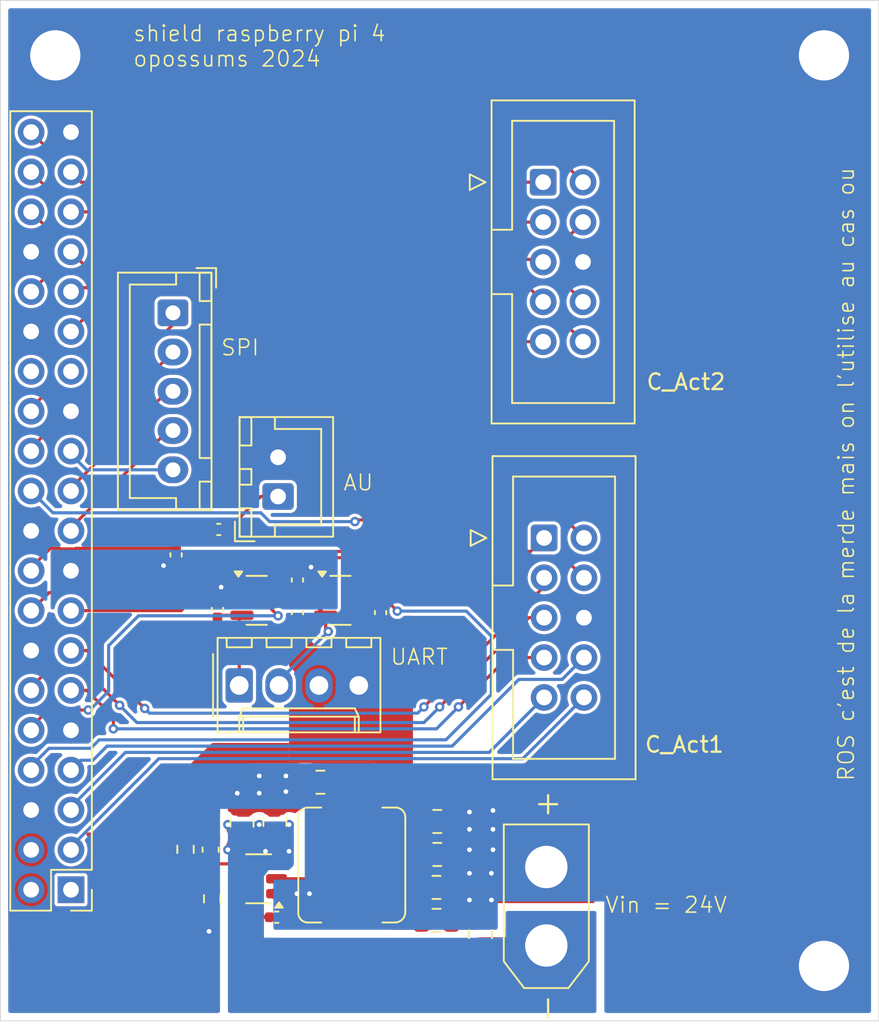
<source format=kicad_pcb>
(kicad_pcb (version 20240108) (generator "pcbnew") (generator_version "8.0")
  (layers (0 "F.Cu" signal) (31 "B.Cu" signal) (34 "B.Paste" user) (35 "F.Paste" user) (36 "B.SilkS" user "B.Silkscreen") (37 "F.SilkS" user "F.Silkscreen") (38 "B.Mask" user) (39 "F.Mask" user) (44 "Edge.Cuts" user))
  (net 0 "")
  (net 1 "GND")
  (net 2 "Net-(U1-BOOT)")
  (net 3 "Net-(U1-SW)")
  (net 4 "5V")
  (net 5 "Net-(U1-FB)")
  (net 6 "3.3V")
  (net 8 "C_Act1-9")
  (net 9 "C_Act1-4")
  (net 10 "SCLK")
  (net 11 "RX")
  (net 12 "C_Act1-6")
  (net 13 "MOSI")
  (net 14 "MISO")
  (net 15 "TX")
  (net 16 "C_Act1-5")
  (net 17 "C_Act1-3")
  (net 19 "C_Act1-1")
  (net 20 "CE0")
  (net 21 "C_Act1-8")
  (net 22 "CE1")
  (net 23 "C_Act1-2")
  (net 24 "Net-(J5-Pin_1)")
  (net 25 "Net-(J6-Pin_2)")
  (net 26 "Net-(J6-Pin_1)")
  (net 27 "AU")
  (net 29 "/Vin")
  (net 30 "C_Act1-7")
  (net 31 "C_Act2-1")
  (net 32 "C_Act2-6")
  (net 33 "C_Act2-8")
  (net 34 "C_Act2-5")
  (net 35 "C_Act2-3")
  (net 36 "C_Act2-9")
  (net 37 "C_Act2-7")
  (net 38 "C_Act2-2")
  (net 39 "C_Act2-4")
  (footprint "Capacitor_SMD:C_0805_2012Metric" (layer "F.Cu") (at 37.5 72.325 90)
    (property "Reference" "C2" (hide yes))
    (property "Value" "22µF 25V" (hide yes))
    (pad "1" smd roundrect (at -0.95 0 90) (size 1 1.45) (layers "F.Cu" "F.Paste" "F.Mask") (net 29 "/Vin"))
    (pad "2" smd roundrect (at 0.95 0 90) (size 1 1.45) (layers "F.Cu" "F.Paste" "F.Mask") (net 1 "GND"))
  )
  (footprint "Package_TO_SOT_SMD:SOT-23" (layer "F.Cu") (at 36.335 58.215)
    (property "Reference" "Q1" (hide yes))
    (property "Value" "2N7002" (hide yes))
    (pad "1" smd roundrect (at -0.9375 -0.95) (size 1.475 0.6) (layers "F.Cu" "F.Paste" "F.Mask") (net 6 "3.3V"))
    (pad "2" smd roundrect (at -0.9375 0.95) (size 1.475 0.6) (layers "F.Cu" "F.Paste" "F.Mask") (net 26 "Net-(J6-Pin_1)"))
    (pad "3" smd roundrect (at 0.9375 0) (size 1.475 0.6) (layers "F.Cu" "F.Paste" "F.Mask") (net 11 "RX"))
  )
  (footprint "Capacitor_SMD:C_0805_2012Metric" (layer "F.Cu") (at 47.8 76.5)
    (property "Reference" "C9" (hide yes))
    (property "Value" "22µF 25V" (hide yes))
    (pad "1" smd roundrect (at -0.95 0) (size 1 1.45) (layers "F.Cu" "F.Paste" "F.Mask") (net 4 "5V"))
    (pad "2" smd roundrect (at 0.95 0) (size 1 1.45) (layers "F.Cu" "F.Paste" "F.Mask") (net 1 "GND"))
  )
  (footprint "Connector_IDC:IDC-Header_2x05_P2.54mm_Vertical" (layer "F.Cu") (at 54.66 54.24)
    (property "Reference" "C_Act1" (at 8.94 13.16 0) (layer "F.SilkS"))
    (property "Value" "Conn_02x05_Odd_Even" (hide yes))
    (pad "1" thru_hole roundrect (at 0 0) (size 1.7 1.7) (drill 1) (layers "*.Cu" "*.Mask") (roundrect_rratio 0.147059) (net 12 "C_Act1-6"))
    (pad "2" thru_hole circle (at 2.54 0) (size 1.7 1.7) (drill 1) (layers "*.Cu" "*.Mask") (net 21 "C_Act1-8"))
    (pad "3" thru_hole circle (at 0 2.54) (size 1.7 1.7) (drill 1) (layers "*.Cu" "*.Mask") (net 23 "C_Act1-2"))
    (pad "4" thru_hole circle (at 2.54 2.54) (size 1.7 1.7) (drill 1) (layers "*.Cu" "*.Mask") (net 9 "C_Act1-4"))
    (pad "5" thru_hole circle (at 0 5.08) (size 1.7 1.7) (drill 1) (layers "*.Cu" "*.Mask") (net 8 "C_Act1-9"))
    (pad "6" thru_hole circle (at 2.54 5.08) (size 1.7 1.7) (drill 1) (layers "*.Cu" "*.Mask") (net 1 "GND"))
    (pad "7" thru_hole circle (at 0 7.62) (size 1.7 1.7) (drill 1) (layers "*.Cu" "*.Mask") (net 17 "C_Act1-3"))
    (pad "8" thru_hole circle (at 2.54 7.62) (size 1.7 1.7) (drill 1) (layers "*.Cu" "*.Mask") (net 30 "C_Act1-7"))
    (pad "9" thru_hole circle (at 0 10.16) (size 1.7 1.7) (drill 1) (layers "*.Cu" "*.Mask") (net 16 "C_Act1-5"))
    (pad "10" thru_hole circle (at 2.54 10.16) (size 1.7 1.7) (drill 1) (layers "*.Cu" "*.Mask") (net 19 "C_Act1-1"))
  )
  (footprint "Capacitor_SMD:C_0805_2012Metric" (layer "F.Cu") (at 47.85 72.3)
    (property "Reference" "C7" (hide yes))
    (property "Value" "22µF 25V" (hide yes))
    (pad "1" smd roundrect (at -0.95 0) (size 1 1.45) (layers "F.Cu" "F.Paste" "F.Mask") (net 4 "5V"))
    (pad "2" smd roundrect (at 0.95 0) (size 1 1.45) (layers "F.Cu" "F.Paste" "F.Mask") (net 1 "GND"))
  )
  (footprint "Connector_JST:JST_XH_B2B-XH-A_1x02_P2.50mm_Vertical" (layer "F.Cu") (at 37.7 51.6 90)
    (property "Reference" "J5" (hide yes))
    (property "Value" "AU" (hide yes))
    (pad "1" thru_hole roundrect (at 0 0 90) (size 1.7 2) (drill 1) (layers "*.Cu" "*.Mask") (roundrect_rratio 0.147059) (net 24 "Net-(J5-Pin_1)"))
    (pad "2" thru_hole oval (at 2.5 0 90) (size 1.7 2) (drill 1) (layers "*.Cu" "*.Mask") (net 1 "GND"))
  )
  (footprint "Capacitor_SMD:C_0402_1005Metric" (layer "F.Cu") (at 38.935 58.995 90)
    (property "Reference" "R9" (hide yes))
    (property "Value" "10k" (hide yes))
    (pad "1" smd roundrect (at -0.48 0 90) (size 0.56 0.62) (layers "F.Cu" "F.Paste" "F.Mask") (net 4 "5V"))
    (pad "2" smd roundrect (at 0.48 0 90) (size 0.56 0.62) (layers "F.Cu" "F.Paste" "F.Mask") (net 11 "RX"))
  )
  (footprint "Capacitor_SMD:C_0805_2012Metric" (layer "F.Cu") (at 40.4 69.8 180)
    (property "Reference" "C6" (hide yes))
    (property "Value" "22µF 25V" (hide yes))
    (pad "1" smd roundrect (at -0.95 0 180) (size 1 1.45) (layers "F.Cu" "F.Paste" "F.Mask") (net 4 "5V"))
    (pad "2" smd roundrect (at 0.95 0 180) (size 1 1.45) (layers "F.Cu" "F.Paste" "F.Mask") (net 1 "GND"))
  )
  (footprint "Connector_IDC:IDC-Header_2x05_P2.54mm_Vertical" (layer "F.Cu") (at 54.6 31.58)
    (property "Reference" "C_Act2" (at 9.1 12.72 0) (layer "F.SilkS"))
    (property "Value" "Conn_02x05_Odd_Even" (hide yes))
    (pad "1" thru_hole roundrect (at 0 0) (size 1.7 1.7) (drill 1) (layers "*.Cu" "*.Mask") (roundrect_rratio 0.147059) (net 34 "C_Act2-5"))
    (pad "2" thru_hole circle (at 2.54 0) (size 1.7 1.7) (drill 1) (layers "*.Cu" "*.Mask") (net 35 "C_Act2-3"))
    (pad "3" thru_hole circle (at 0 2.54) (size 1.7 1.7) (drill 1) (layers "*.Cu" "*.Mask") (net 36 "C_Act2-9"))
    (pad "4" thru_hole circle (at 2.54 2.54) (size 1.7 1.7) (drill 1) (layers "*.Cu" "*.Mask") (net 37 "C_Act2-7"))
    (pad "5" thru_hole circle (at 0 5.08) (size 1.7 1.7) (drill 1) (layers "*.Cu" "*.Mask") (net 31 "C_Act2-1"))
    (pad "6" thru_hole circle (at 2.54 5.08) (size 1.7 1.7) (drill 1) (layers "*.Cu" "*.Mask") (net 1 "GND"))
    (pad "7" thru_hole circle (at 0 7.62) (size 1.7 1.7) (drill 1) (layers "*.Cu" "*.Mask") (net 38 "C_Act2-2"))
    (pad "8" thru_hole circle (at 2.54 7.62) (size 1.7 1.7) (drill 1) (layers "*.Cu" "*.Mask") (net 32 "C_Act2-6"))
    (pad "9" thru_hole circle (at 0 10.16) (size 1.7 1.7) (drill 1) (layers "*.Cu" "*.Mask") (net 33 "C_Act2-8"))
    (pad "10" thru_hole circle (at 2.54 10.16) (size 1.7 1.7) (drill 1) (layers "*.Cu" "*.Mask") (net 39 "C_Act2-4"))
  )
  (footprint "Connector_JST:JST_XH_B5B-XH-A_1x05_P2.50mm_Vertical" (layer "F.Cu") (at 31 39.9 -90)
    (property "Reference" "J2" (hide yes))
    (property "Value" "SPI" (hide yes))
    (pad "1" thru_hole roundrect (at 0 0 270) (size 1.7 1.95) (drill 0.95) (layers "*.Cu" "*.Mask") (roundrect_rratio 0.147059) (net 22 "CE1"))
    (pad "2" thru_hole oval (at 2.5 0 270) (size 1.7 1.95) (drill 0.95) (layers "*.Cu" "*.Mask") (net 20 "CE0"))
    (pad "3" thru_hole oval (at 5 0 270) (size 1.7 1.95) (drill 0.95) (layers "*.Cu" "*.Mask") (net 14 "MISO"))
    (pad "4" thru_hole oval (at 7.5 0 270) (size 1.7 1.95) (drill 0.95) (layers "*.Cu" "*.Mask") (net 13 "MOSI"))
    (pad "5" thru_hole oval (at 10 0 270) (size 1.7 1.95) (drill 0.95) (layers "*.Cu" "*.Mask") (net 10 "SCLK"))
  )
  (footprint "Connector_Molex:Molex_KK-254_AE-6410-04A_1x04_P2.54mm_Vertical" (layer "F.Cu") (at 35.225 63.635)
    (property "Reference" "J6" (hide yes))
    (property "Value" "Conn_01x04" (hide yes))
    (pad "1" thru_hole roundrect (at 0 0) (size 1.74 2.19) (drill 1.19) (layers "*.Cu" "*.Mask") (roundrect_rratio 0.143678) (net 26 "Net-(J6-Pin_1)"))
    (pad "2" thru_hole oval (at 2.54 0) (size 1.74 2.19) (drill 1.19) (layers "*.Cu" "*.Mask") (net 25 "Net-(J6-Pin_2)"))
    (pad "3" thru_hole oval (at 5.08 0) (size 1.74 2.19) (drill 1.19) (layers "*.Cu" "*.Mask") (net 4 "5V"))
    (pad "4" thru_hole oval (at 7.62 0) (size 1.74 2.19) (drill 1.19) (layers "*.Cu" "*.Mask") (net 1 "GND"))
  )
  (footprint "Capacitor_SMD:C_0402_1005Metric" (layer "F.Cu") (at 33.835 58.795 -90)
    (property "Reference" "R7" (hide yes))
    (property "Value" "10k" (hide yes))
    (pad "1" smd roundrect (at -0.48 0 270) (size 0.56 0.62) (layers "F.Cu" "F.Paste" "F.Mask") (net 6 "3.3V"))
    (pad "2" smd roundrect (at 0.48 0 270) (size 0.56 0.62) (layers "F.Cu" "F.Paste" "F.Mask") (net 26 "Net-(J6-Pin_1)"))
  )
  (footprint "MountingHole:MountingHole_3.2mm_M3_DIN965_Pad_TopBottom" (layer "F.Cu") (at 72.5 81.5)
    (property "Reference" "H3" (hide yes))
    (property "Value" "MountingHole_Pad" (hide yes))
    (pad "1" thru_hole circle (at 0 0) (size 3.6 3.6) (drill 3.2) (layers "*.Cu" "*.Mask") (net 1 "GND"))
    (pad "1" connect circle (at 0 0) (size 5.6 5.6) (layers "F.Cu" "F.Mask") (net 1 "GND"))
    (pad "1" connect circle (at 0 0) (size 5.6 5.6) (layers "B.Cu" "B.Mask") (net 1 "GND"))
  )
  (footprint "Resistor_SMD:R_0603_1608Metric" (layer "F.Cu") (at 31.8 74.075 -90)
    (property "Reference" "R3" (hide yes))
    (property "Value" "68k" (hide yes))
    (pad "1" smd roundrect (at -0.825 0 270) (size 0.8 0.95) (layers "F.Cu" "F.Paste" "F.Mask") (net 4 "5V"))
    (pad "2" smd roundrect (at 0.825 0 270) (size 0.8 0.95) (layers "F.Cu" "F.Paste" "F.Mask") (net 5 "Net-(U1-FB)"))
  )
  (footprint "Capacitor_SMD:C_0402_1005Metric" (layer "F.Cu") (at 31.2 55.32 90)
    (property "Reference" "R5" (hide yes))
    (property "Value" "1k" (hide yes))
    (pad "1" smd roundrect (at -0.48 0 90) (size 0.56 0.62) (layers "F.Cu" "F.Paste" "F.Mask") (net 6 "3.3V"))
    (pad "2" smd roundrect (at 0.48 0 90) (size 0.56 0.62) (layers "F.Cu" "F.Paste" "F.Mask") (net 27 "AU"))
  )
  (footprint "Connector_PinHeader_2.54mm:PinHeader_2x20_P2.54mm_Vertical" (layer "F.Cu") (at 24.5 76.65 180)
    (property "Reference" "J1" (hide yes))
    (property "Value" "Raspberry_Pi_2_3" (hide yes))
    (pad "1" thru_hole rect (at 0 0 180) (size 1.7 1.7) (drill 1) (layers "*.Cu" "*.Mask"))
    (pad "2" thru_hole oval (at 2.54 0 180) (size 1.7 1.7) (drill 1) (layers "*.Cu" "*.Mask") (net 4 "5V"))
    (pad "3" thru_hole oval (at 0 2.54 180) (size 1.7 1.7) (drill 1) (layers "*.Cu" "*.Mask") (net 19 "C_Act1-1"))
    (pad "4" thru_hole oval (at 2.54 2.54 180) (size 1.7 1.7) (drill 1) (layers "*.Cu" "*.Mask") (net 4 "5V"))
    (pad "5" thru_hole oval (at 0 5.08 180) (size 1.7 1.7) (drill 1) (layers "*.Cu" "*.Mask") (net 16 "C_Act1-5"))
    (pad "6" thru_hole oval (at 2.54 5.08 180) (size 1.7 1.7) (drill 1) (layers "*.Cu" "*.Mask") (net 1 "GND"))
    (pad "7" thru_hole oval (at 0 7.62 180) (size 1.7 1.7) (drill 1) (layers "*.Cu" "*.Mask") (net 30 "C_Act1-7"))
    (pad "8" thru_hole oval (at 2.54 7.62 180) (size 1.7 1.7) (drill 1) (layers "*.Cu" "*.Mask") (net 15 "TX"))
    (pad "9" thru_hole oval (at 0 10.16 180) (size 1.7 1.7) (drill 1) (layers "*.Cu" "*.Mask") (net 1 "GND"))
    (pad "10" thru_hole oval (at 2.54 10.16 180) (size 1.7 1.7) (drill 1) (layers "*.Cu" "*.Mask") (net 11 "RX"))
    (pad "11" thru_hole oval (at 0 12.7 180) (size 1.7 1.7) (drill 1) (layers "*.Cu" "*.Mask") (net 17 "C_Act1-3"))
    (pad "12" thru_hole oval (at 2.54 12.7 180) (size 1.7 1.7) (drill 1) (layers "*.Cu" "*.Mask") (net 8 "C_Act1-9"))
    (pad "13" thru_hole oval (at 0 15.24 180) (size 1.7 1.7) (drill 1) (layers "*.Cu" "*.Mask") (net 23 "C_Act1-2"))
    (pad "14" thru_hole oval (at 2.54 15.24 180) (size 1.7 1.7) (drill 1) (layers "*.Cu" "*.Mask") (net 1 "GND"))
    (pad "15" thru_hole oval (at 0 17.78 180) (size 1.7 1.7) (drill 1) (layers "*.Cu" "*.Mask") (net 9 "C_Act1-4"))
    (pad "16" thru_hole oval (at 2.54 17.78 180) (size 1.7 1.7) (drill 1) (layers "*.Cu" "*.Mask") (net 12 "C_Act1-6"))
    (pad "17" thru_hole oval (at 0 20.32 180) (size 1.7 1.7) (drill 1) (layers "*.Cu" "*.Mask") (net 6 "3.3V"))
    (pad "18" thru_hole oval (at 2.54 20.32 180) (size 1.7 1.7) (drill 1) (layers "*.Cu" "*.Mask") (net 27 "AU"))
    (pad "19" thru_hole oval (at 0 22.86 180) (size 1.7 1.7) (drill 1) (layers "*.Cu" "*.Mask") (net 13 "MOSI"))
    (pad "20" thru_hole oval (at 2.54 22.86 180) (size 1.7 1.7) (drill 1) (layers "*.Cu" "*.Mask") (net 1 "GND"))
    (pad "21" thru_hole oval (at 0 25.4 180) (size 1.7 1.7) (drill 1) (layers "*.Cu" "*.Mask") (net 14 "MISO"))
    (pad "22" thru_hole oval (at 2.54 25.4 180) (size 1.7 1.7) (drill 1) (layers "*.Cu" "*.Mask") (net 21 "C_Act1-8"))
    (pad "23" thru_hole oval (at 0 27.94 180) (size 1.7 1.7) (drill 1) (layers "*.Cu" "*.Mask") (net 10 "SCLK"))
    (pad "24" thru_hole oval (at 2.54 27.94 180) (size 1.7 1.7) (drill 1) (layers "*.Cu" "*.Mask") (net 20 "CE0"))
    (pad "25" thru_hole oval (at 0 30.48 180) (size 1.7 1.7) (drill 1) (layers "*.Cu" "*.Mask") (net 1 "GND"))
    (pad "26" thru_hole oval (at 2.54 30.48 180) (size 1.7 1.7) (drill 1) (layers "*.Cu" "*.Mask") (net 22 "CE1"))
    (pad "27" thru_hole oval (at 0 33.02 180) (size 1.7 1.7) (drill 1) (layers "*.Cu" "*.Mask"))
    (pad "28" thru_hole oval (at 2.54 33.02 180) (size 1.7 1.7) (drill 1) (layers "*.Cu" "*.Mask"))
    (pad "29" thru_hole oval (at 0 35.56 180) (size 1.7 1.7) (drill 1) (layers "*.Cu" "*.Mask") (net 33 "C_Act2-8"))
    (pad "30" thru_hole oval (at 2.54 35.56 180) (size 1.7 1.7) (drill 1) (layers "*.Cu" "*.Mask") (net 1 "GND"))
    (pad "31" thru_hole oval (at 0 38.1 180) (size 1.7 1.7) (drill 1) (layers "*.Cu" "*.Mask") (net 39 "C_Act2-4"))
    (pad "32" thru_hole oval (at 2.54 38.1 180) (size 1.7 1.7) (drill 1) (layers "*.Cu" "*.Mask") (net 38 "C_Act2-2"))
    (pad "33" thru_hole oval (at 0 40.64 180) (size 1.7 1.7) (drill 1) (layers "*.Cu" "*.Mask") (net 32 "C_Act2-6"))
    (pad "34" thru_hole oval (at 2.54 40.64 180) (size 1.7 1.7) (drill 1) (layers "*.Cu" "*.Mask") (net 1 "GND"))
    (pad "35" thru_hole oval (at 0 43.18 180) (size 1.7 1.7) (drill 1) (layers "*.Cu" "*.Mask") (net 37 "C_Act2-7"))
    (pad "36" thru_hole oval (at 2.54 43.18 180) (size 1.7 1.7) (drill 1) (layers "*.Cu" "*.Mask") (net 31 "C_Act2-1"))
    (pad "37" thru_hole oval (at 0 45.72 180) (size 1.7 1.7) (drill 1) (layers "*.Cu" "*.Mask") (net 34 "C_Act2-5"))
    (pad "38" thru_hole oval (at 2.54 45.72 180) (size 1.7 1.7) (drill 1) (layers "*.Cu" "*.Mask") (net 36 "C_Act2-9"))
    (pad "39" thru_hole oval (at 0 48.26 180) (size 1.7 1.7) (drill 1) (layers "*.Cu" "*.Mask") (net 1 "GND"))
    (pad "40" thru_hole oval (at 2.54 48.26 180) (size 1.7 1.7) (drill 1) (layers "*.Cu" "*.Mask") (net 35 "C_Act2-3"))
  )
  (footprint "Resistor_SMD:R_0603_1608Metric" (layer "F.Cu") (at 33.5 77.225 -90)
    (property "Reference" "R4" (hide yes))
    (property "Value" "9.1k" (hide yes))
    (pad "1" smd roundrect (at -0.825 0 270) (size 0.8 0.95) (layers "F.Cu" "F.Paste" "F.Mask") (net 5 "Net-(U1-FB)"))
    (pad "2" smd roundrect (at 0.825 0 270) (size 0.8 0.95) (layers "F.Cu" "F.Paste" "F.Mask") (net 1 "GND"))
  )
  (footprint "Capacitor_SMD:C_0603_1608Metric" (layer "F.Cu") (at 33.4 74.1 -90)
    (property "Reference" "C5" (hide yes))
    (property "Value" "150pF 50V" (hide yes))
    (pad "1" smd roundrect (at -0.775 0 270) (size 0.9 0.95) (layers "F.Cu" "F.Paste" "F.Mask") (net 4 "5V"))
    (pad "2" smd roundrect (at 0.775 0 270) (size 0.9 0.95) (layers "F.Cu" "F.Paste" "F.Mask") (net 5 "Net-(U1-FB)"))
  )
  (footprint "MountingHole:MountingHole_3.2mm_M3_DIN965_Pad_TopBottom" (layer "F.Cu") (at 23.5 23.5)
    (property "Reference" "H1" (hide yes))
    (property "Value" "MountingHole_Pad" (hide yes))
    (pad "1" thru_hole circle (at 0 0) (size 3.6 3.6) (drill 3.2) (layers "*.Cu" "*.Mask") (net 1 "GND"))
    (pad "1" connect circle (at 0 0) (size 5.6 5.6) (layers "F.Cu" "F.Mask") (net 1 "GND"))
    (pad "1" connect circle (at 0 0) (size 5.6 5.6) (layers "B.Cu" "B.Mask") (net 1 "GND"))
  )
  (footprint "Capacitor_SMD:C_0402_1005Metric" (layer "F.Cu") (at 37.62 78.4)
    (property "Reference" "C4" (hide yes))
    (property "Value" "220nF 16V" (hide yes))
    (pad "1" smd roundrect (at -0.48 0) (size 0.56 0.62) (layers "F.Cu" "F.Paste" "F.Mask") (net 2 "Net-(U1-BOOT)"))
    (pad "2" smd roundrect (at 0.48 0) (size 0.56 0.62) (layers "F.Cu" "F.Paste" "F.Mask") (net 3 "Net-(U1-SW)"))
  )
  (footprint "Capacitor_SMD:C_0805_2012Metric" (layer "F.Cu") (at 47.8 78.6)
    (property "Reference" "C10" (hide yes))
    (property "Value" "22µF 25V" (hide yes))
    (pad "1" smd roundrect (at -0.95 0) (size 1 1.45) (layers "F.Cu" "F.Paste" "F.Mask") (net 4 "5V"))
    (pad "2" smd roundrect (at 0.95 0) (size 1 1.45) (layers "F.Cu" "F.Paste" "F.Mask") (net 1 "GND"))
  )
  (footprint "Connector_AMASS:AMASS_XT30U-F_1x02_P5.0mm_Vertical" (layer "F.Cu") (at 54.8 80.2 90)
    (property "Reference" "J4" (hide yes))
    (property "Value" "Conn_01x02" (hide yes))
    (fp_text user "-" (at -4 0 -90) (layer "F.SilkS") (effects (font (size 1.5 1.5))))
    (fp_text user "+" (at 9 0 -90) (layer "F.SilkS") (effects (font (size 1.5 1.5))))
    (pad "1" thru_hole rect (at 0 0 90) (size 3.8 3.8) (drill 2.7) (layers "*.Cu" "*.Mask") (net 29 "/Vin"))
    (pad "2" thru_hole circle (at 5 0 90) (size 4 4) (drill 2.7) (layers "*.Cu" "*.Mask") (net 1 "GND"))
  )
  (footprint "Capacitor_SMD:C_0805_2012Metric" (layer "F.Cu") (at 47.85 74.4)
    (property "Reference" "C8" (hide yes))
    (property "Value" "22µF 25V" (hide yes))
    (pad "1" smd roundrect (at -0.95 0) (size 1 1.45) (layers "F.Cu" "F.Paste" "F.Mask") (net 4 "5V"))
    (pad "2" smd roundrect (at 0.95 0) (size 1 1.45) (layers "F.Cu" "F.Paste" "F.Mask") (net 1 "GND"))
  )
  (footprint "Capacitor_SMD:C_0402_1005Metric" (layer "F.Cu") (at 33.92 53.7 180)
    (property "Reference" "R6" (hide yes))
    (property "Value" "100R" (hide yes))
    (pad "1" smd roundrect (at -0.48 0 180) (size 0.56 0.62) (layers "F.Cu" "F.Paste" "F.Mask") (net 24 "Net-(J5-Pin_1)"))
    (pad "2" smd roundrect (at 0.48 0 180) (size 0.56 0.62) (layers "F.Cu" "F.Paste" "F.Mask") (net 27 "AU"))
  )
  (footprint "Package_TO_SOT_SMD:SOT-23" (layer "F.Cu") (at 41.6725 58.215)
    (property "Reference" "Q2" (hide yes))
    (property "Value" "2N7002" (hide yes))
    (pad "1" smd roundrect (at -0.9375 -0.95) (size 1.475 0.6) (layers "F.Cu" "F.Paste" "F.Mask") (net 6 "3.3V"))
    (pad "2" smd roundrect (at -0.9375 0.95) (size 1.475 0.6) (layers "F.Cu" "F.Paste" "F.Mask") (net 25 "Net-(J6-Pin_2)"))
    (pad "3" smd roundrect (at 0.9375 0) (size 1.475 0.6) (layers "F.Cu" "F.Paste" "F.Mask") (net 15 "TX"))
  )
  (footprint "Capacitor_SMD:C_0402_1005Metric" (layer "F.Cu") (at 44.235 58.995 90)
    (property "Reference" "R10" (hide yes))
    (property "Value" "10k" (hide yes))
    (pad "1" smd roundrect (at -0.48 0 90) (size 0.56 0.62) (layers "F.Cu" "F.Paste" "F.Mask") (net 4 "5V"))
    (pad "2" smd roundrect (at 0.48 0 90) (size 0.56 0.62) (layers "F.Cu" "F.Paste" "F.Mask") (net 15 "TX"))
  )
  (footprint "MountingHole:MountingHole_3.2mm_M3_DIN965_Pad_TopBottom" (layer "F.Cu") (at 72.5 23.5)
    (property "Reference" "H4" (hide yes))
    (property "Value" "MountingHole_Pad" (hide yes))
    (pad "1" thru_hole circle (at 0 0) (size 3.6 3.6) (drill 3.2) (layers "*.Cu" "*.Mask") (net 1 "GND"))
    (pad "1" connect circle (at 0 0) (size 5.6 5.6) (layers "F.Cu" "F.Mask") (net 1 "GND"))
    (pad "1" connect circle (at 0 0) (size 5.6 5.6) (layers "B.Cu" "B.Mask") (net 1 "GND"))
  )
  (footprint "Capacitor_SMD:C_0805_2012Metric" (layer "F.Cu") (at 35.4 72.375 90)
    (property "Reference" "C1" (hide yes))
    (property "Value" "22µF 25V" (hide yes))
    (pad "1" smd roundrect (at -0.95 0 90) (size 1 1.45) (layers "F.Cu" "F.Paste" "F.Mask") (net 29 "/Vin"))
    (pad "2" smd roundrect (at 0.95 0 90) (size 1 1.45) (layers "F.Cu" "F.Paste" "F.Mask") (net 1 "GND"))
  )
  (footprint "Capacitor_SMD:C_0805_2012Metric" (layer "F.Cu") (at 50.6 79.475 90)
    (property "Reference" "C3" (hide yes))
    (property "Value" "22µF 25V" (hide yes))
    (pad "1" smd roundrect (at -0.95 0 90) (size 1 1.45) (layers "F.Cu" "F.Paste" "F.Mask") (net 29 "/Vin"))
    (pad "2" smd roundrect (at 0.95 0 90) (size 1 1.45) (layers "F.Cu" "F.Paste" "F.Mask") (net 1 "GND"))
  )
  (footprint "7Robot_lib:Prod_Tech_7.1x6.6mm" (layer "F.Cu") (at 42.4 75.075 90)
    (property "Reference" "L1" (hide yes))
    (property "Value" "PSPMAQ0605H-150M-ANP" (hide yes))
    (pad "1" smd rect (at -2.925 0 90) (size 2.15 3.5) (layers "F.Cu" "F.Paste" "F.Mask") (net 3 "Net-(U1-SW)"))
    (pad "2" smd rect (at 2.925 0 90) (size 2.15 3.5) (layers "F.Cu" "F.Paste" "F.Mask") (net 4 "5V"))
  )
  (footprint "Capacitor_SMD:C_0402_1005Metric" (layer "F.Cu") (at 38.935 56.915 -90)
    (property "Reference" "R8" (hide yes))
    (property "Value" "10k" (hide yes))
    (pad "1" smd roundrect (at -0.48 0 270) (size 0.56 0.62) (layers "F.Cu" "F.Paste" "F.Mask") (net 6 "3.3V"))
    (pad "2" smd roundrect (at 0.48 0 270) (size 0.56 0.62) (layers "F.Cu" "F.Paste" "F.Mask") (net 25 "Net-(J6-Pin_2)"))
  )
  (footprint "Package_TO_SOT_SMD:SOT-23-6" (layer "F.Cu") (at 36.4625 75.95 180)
    (property "Reference" "U1" (hide yes))
    (property "Value" "TPS54302" (hide yes))
    (pad "1" smd roundrect (at -1.1375 -0.95 180) (size 1.325 0.6) (layers "F.Cu" "F.Paste" "F.Mask") (net 1 "GND"))
    (pad "2" smd roundrect (at -1.1375 0 180) (size 1.325 0.6) (layers "F.Cu" "F.Paste" "F.Mask") (net 3 "Net-(U1-SW)"))
    (pad "3" smd roundrect (at -1.1375 0.95 180) (size 1.325 0.6) (layers "F.Cu" "F.Paste" "F.Mask") (net 29 "/Vin"))
    (pad "4" smd roundrect (at 1.1375 0.95 180) (size 1.325 0.6) (layers "F.Cu" "F.Paste" "F.Mask") (net 5 "Net-(U1-FB)"))
    (pad "5" smd roundrect (at 1.1375 0 180) (size 1.325 0.6) (layers "F.Cu" "F.Paste" "F.Mask"))
    (pad "6" smd roundrect (at 1.1375 -0.95 180) (size 1.325 0.6) (layers "F.Cu" "F.Paste" "F.Mask") (net 2 "Net-(U1-BOOT)"))
  )
  (gr_rect (start 20 20) (end 76 85) (stroke (width 0.05)) (fill none) (layer "Edge.Cuts"))
  (gr_text "AU\n" (at 41.8 51.3 0) (layer "F.SilkS") (effects (font (size 1 1) (thickness 0.1)) (justify left bottom)))
  (gr_text "SPI\n" (at 34 42.7 0) (layer "F.SilkS") (effects (font (size 1 1) (thickness 0.1)) (justify left bottom)))
  (gr_text "ROS c'est de la merde mais on l'utilise au cas ou\n" (at 74.5 69.8 90) (layer "F.SilkS") (effects (font (size 1 1) (thickness 0.1)) (justify left bottom)))
  (gr_text "Vin = 24V\n" (at 58.5 78.2 0) (layer "F.SilkS") (effects (font (size 1 1) (thickness 0.1)) (justify left bottom)))
  (gr_text "UART" (at 44.8 62.4 0) (layer "F.SilkS") (effects (font (size 1 1) (thickness 0.1)) (justify left bottom)))
  (gr_text "shield raspberry pi 4\nopossums 2024" (at 28.4 24.3 0) (layer "F.SilkS") (effects (font (size 1 1) (thickness 0.1)) (justify left bottom)))
  (segment (start 33.5 79.1) (end 33.3 79.3) (width 0.2) (layer "F.Cu") (net 1))
  (segment (start 38.9 76.9) (end 39.7 76.9) (width 0.8) (layer "F.Cu") (net 1))
  (segment (start 33.5 78.05) (end 33.5 79.1) (width 0.2) (layer "F.Cu") (net 1))
  (segment (start 37.6 76.9) (end 38.9 76.9) (width 0.8) (layer "F.Cu") (net 1))
  (via (at 36.5 69.4) (size 0.6) (drill 0.3) (layers "F.Cu" "B.Cu") (net 1))
  (via (at 51.4 71.6) (size 0.6) (drill 0.3) (layers "F.Cu" "B.Cu") (net 1))
  (via (at 35.1 70.5) (size 0.6) (drill 0.3) (layers "F.Cu" "B.Cu") (net 1))
  (via (at 51.3 77.3) (size 0.6) (drill 0.3) (layers "F.Cu" "B.Cu") (net 1))
  (via (at 49.9 75.6) (size 0.6) (drill 0.3) (layers "F.Cu" "B.Cu") (net 1))
  (via (at 49.9 71.7) (size 0.6) (drill 0.3) (layers "F.Cu" "B.Cu") (net 1))
  (via (at 49.9 77.3) (size 0.6) (drill 0.3) (layers "F.Cu" "B.Cu") (net 1))
  (via (at 51.3 75.6) (size 0.6) (drill 0.3) (layers "F.Cu" "B.Cu") (net 1))
  (via (at 36.5 70.5) (size 0.6) (drill 0.3) (layers "F.Cu" "B.Cu") (net 1))
  (via (at 51.4 74.1) (size 0.6) (drill 0.3) (layers "F.Cu" "B.Cu") (net 1))
  (via (at 39.7 76.9) (size 0.6) (drill 0.3) (layers "F.Cu" "B.Cu") (net 1))
  (via (at 51.4 72.8) (size 0.6) (drill 0.3) (layers "F.Cu" "B.Cu") (net 1))
  (via (at 38.9 76.9) (size 0.6) (drill 0.3) (layers "F.Cu" "B.Cu") (net 1))
  (via (at 49.9 74.1) (size 0.6) (drill 0.3) (layers "F.Cu" "B.Cu") (net 1))
  (via (at 49.9 72.8) (size 0.6) (drill 0.3) (layers "F.Cu" "B.Cu") (net 1))
  (via (at 38.2 70.4) (size 0.6) (drill 0.3) (layers "F.Cu" "B.Cu") (net 1))
  (via (at 33.3 79.3) (size 0.6) (drill 0.3) (layers "F.Cu" "B.Cu") (net 1))
  (via (at 38.2 69.4) (size 0.6) (drill 0.3) (layers "F.Cu" "B.Cu") (net 1))
  (segment (start 37.14 78.4) (end 36.825 78.4) (width 0.2) (layer "F.Cu") (net 2))
  (segment (start 36.825 78.4) (end 35.325 76.9) (width 0.2) (layer "F.Cu") (net 2))
  (segment (start 42 78.4) (end 42.4 78) (width 0.2) (layer "F.Cu") (net 3))
  (segment (start 40.35 75.95) (end 42.4 78) (width 0.2) (layer "F.Cu") (net 3))
  (segment (start 38.1 78.4) (end 42 78.4) (width 0.2) (layer "F.Cu") (net 3))
  (segment (start 37.6 75.95) (end 40.35 75.95) (width 0.2) (layer "F.Cu") (net 3))
  (segment (start 33.375 74.9) (end 33.4 74.875) (width 0.2) (layer "F.Cu") (net 5))
  (segment (start 33.5 76.4) (end 33.5 74.975) (width 0.2) (layer "F.Cu") (net 5))
  (segment (start 31.8 74.9) (end 33.375 74.9) (width 0.2) (layer "F.Cu") (net 5))
  (segment (start 33.5 74.975) (end 33.4 74.875) (width 0.2) (layer "F.Cu") (net 5))
  (segment (start 33.525 75) (end 33.4 74.875) (width 0.2) (layer "F.Cu") (net 5))
  (segment (start 35.325 75) (end 33.525 75) (width 0.2) (layer "F.Cu") (net 5))
  (segment (start 30.4 56) (end 30.6 55.8) (width 0.2) (layer "F.Cu") (net 6))
  (segment (start 33.835 58.315) (end 34.3475 58.315) (width 0.2) (layer "F.Cu") (net 6))
  (segment (start 34.074265 58.075735) (end 33.835 58.315) (width 0.2) (layer "F.Cu") (net 6))
  (segment (start 39.885 57.265) (end 40.735 57.265) (width 0.2) (layer "F.Cu") (net 6))
  (segment (start 38.935 56.435) (end 39.465 56.435) (width 0.2) (layer "F.Cu") (net 6))
  (segment (start 34.074265 57.374265) (end 34.074265 58.075735) (width 0.2) (layer "F.Cu") (net 6))
  (segment (start 39.055 56.435) (end 39.885 57.265) (width 0.2) (layer "F.Cu") (net 6))
  (segment (start 38.935 56.435) (end 39.055 56.435) (width 0.2) (layer "F.Cu") (net 6))
  (segment (start 39.465 56.435) (end 39.8 56.1) (width 0.2) (layer "F.Cu") (net 6))
  (segment (start 30.6 55.8) (end 31.2 55.8) (width 0.2) (layer "F.Cu") (net 6))
  (segment (start 34.3475 58.315) (end 35.3975 57.265) (width 0.2) (layer "F.Cu") (net 6))
  (via (at 34.074265 57.374265) (size 0.6) (drill 0.3) (layers "F.Cu" "B.Cu") (net 6))
  (via (at 39.8 56.1) (size 0.6) (drill 0.3) (layers "F.Cu" "B.Cu") (net 6))
  (via (at 30.4 56) (size 0.6) (drill 0.3) (layers "F.Cu" "B.Cu") (net 6))
  (segment (start 33.874265 57.374265) (end 34.074265 57.374265) (width 0.2) (layer "B.Cu") (net 6))
  (segment (start 48 65) (end 53.68 59.32) (width 0.2) (layer "F.Cu") (net 8))
  (segment (start 25.5 62.8) (end 26.2 63.5) (width 0.2) (layer "F.Cu") (net 8))
  (segment (start 21.76 63.95) (end 22.91 62.8) (width 0.2) (layer "F.Cu") (net 8))
  (segment (start 22.91 62.8) (end 25.5 62.8) (width 0.2) (layer "F.Cu") (net 8))
  (segment (start 26.2 63.5) (end 27.6 64.9) (width 0.2) (layer "F.Cu") (net 8))
  (segment (start 53.68 59.32) (end 54.66 59.32) (width 0.2) (layer "F.Cu") (net 8))
  (via (at 48 65) (size 0.6) (drill 0.3) (layers "F.Cu" "B.Cu") (net 8))
  (via (at 27.6 64.9) (size 0.6) (drill 0.3) (layers "F.Cu" "B.Cu") (net 8))
  (segment (start 27.6 64.9) (end 28.7 66) (width 0.2) (layer "B.Cu") (net 8))
  (segment (start 47 66) (end 48 65) (width 0.2) (layer "B.Cu") (net 8))
  (segment (start 37.5 66) (end 47 66) (width 0.2) (layer "B.Cu") (net 8))
  (segment (start 28.7 66) (end 37.5 66) (width 0.2) (layer "B.Cu") (net 8))
  (segment (start 34.9 55.5) (end 55.92 55.5) (width 0.2) (layer "F.Cu") (net 9))
  (segment (start 31.53 58.87) (end 34.9 55.5) (width 0.2) (layer "F.Cu") (net 9))
  (segment (start 55.92 55.5) (end 57.2 56.78) (width 0.2) (layer "F.Cu") (net 9))
  (segment (start 24.5 58.87) (end 31.53 58.87) (width 0.2) (layer "F.Cu") (net 9))
  (segment (start 31 49.9) (end 25.49 49.9) (width 0.2) (layer "B.Cu") (net 10))
  (segment (start 25.49 49.9) (end 24.3 48.71) (width 0.2) (layer "B.Cu") (net 10))
  (segment (start 37.2725 58.7725) (end 37.7 59.2) (width 0.2) (layer "F.Cu") (net 11))
  (segment (start 38.635 58.215) (end 38.935 58.515) (width 0.2) (layer "F.Cu") (net 11))
  (segment (start 37.2725 58.215) (end 38.635 58.215) (width 0.2) (layer "F.Cu") (net 11))
  (segment (start 25.6 65.2) (end 23.05 65.2) (width 0.2) (layer "F.Cu") (net 11))
  (segment (start 23.05 65.2) (end 21.76 66.49) (width 0.2) (layer "F.Cu") (net 11))
  (segment (start 37.2725 58.215) (end 37.2725 58.7725) (width 0.2) (layer "F.Cu") (net 11))
  (via (at 37.7 59.2) (size 0.6) (drill 0.3) (layers "F.Cu" "B.Cu") (net 11))
  (via (at 25.6 65.2) (size 0.6) (drill 0.3) (layers "F.Cu" "B.Cu") (net 11))
  (segment (start 26.9 61.1) (end 28.8 59.2) (width 0.2) (layer "B.Cu") (net 11))
  (segment (start 25.7 65.2) (end 26.9 64) (width 0.2) (layer "B.Cu") (net 11))
  (segment (start 26.9 64) (end 26.9 61.1) (width 0.2) (layer "B.Cu") (net 11))
  (segment (start 25.6 65.2) (end 25.7 65.2) (width 0.2) (layer "B.Cu") (net 11))
  (segment (start 28.8 59.2) (end 37.7 59.2) (width 0.2) (layer "B.Cu") (net 11))
  (segment (start 53.8 55.1) (end 54.66 54.24) (width 0.2) (layer "F.Cu") (net 12))
  (segment (start 23.11 57.72) (end 32.114314 57.72) (width 0.2) (layer "F.Cu") (net 12))
  (segment (start 34.734314 55.1) (end 53.8 55.1) (width 0.2) (layer "F.Cu") (net 12))
  (segment (start 21.96 58.87) (end 23.11 57.72) (width 0.2) (layer "F.Cu") (net 12))
  (segment (start 32.114314 57.72) (end 34.734314 55.1) (width 0.2) (layer "F.Cu") (net 12))
  (segment (start 30.69 47.4) (end 24.3 53.79) (width 0.2) (layer "F.Cu") (net 13))
  (segment (start 31 47.4) (end 30.69 47.4) (width 0.2) (layer "F.Cu") (net 13))
  (segment (start 24.3 51.25) (end 30.65 44.9) (width 0.2) (layer "F.Cu") (net 14))
  (segment (start 30.65 44.9) (end 31 44.9) (width 0.2) (layer "F.Cu") (net 14))
  (segment (start 43.935 58.215) (end 44.235 58.515) (width 0.2) (layer "F.Cu") (net 15))
  (segment (start 44.9 58.5) (end 44.885 58.515) (width 0.2) (layer "F.Cu") (net 15))
  (segment (start 45.3 58.9) (end 44.9 58.5) (width 0.2) (layer "F.Cu") (net 15))
  (segment (start 44.885 58.515) (end 44.235 58.515) (width 0.2) (layer "F.Cu") (net 15))
  (segment (start 42.61 58.215) (end 43.935 58.215) (width 0.2) (layer "F.Cu") (net 15))
  (via (at 45.3 58.9) (size 0.6) (drill 0.3) (layers "F.Cu" "B.Cu") (net 15))
  (segment (start 21.76 68.98) (end 23.1 67.64) (width 0.2) (layer "B.Cu") (net 15))
  (segment (start 26.3 67.1) (end 48.4 67.1) (width 0.2) (layer "B.Cu") (net 15))
  (segment (start 48.4 67.1) (end 51.3 64.2) (width 0.2) (layer "B.Cu") (net 15))
  (segment (start 51.3 60.5) (end 49.7 58.9) (width 0.2) (layer "B.Cu") (net 15))
  (segment (start 51.3 64.2) (end 51.3 60.5) (width 0.2) (layer "B.Cu") (net 15))
  (segment (start 49.7 58.9) (end 45.3 58.9) (width 0.2) (layer "B.Cu") (net 15))
  (segment (start 25.76 67.64) (end 26.3 67.1) (width 0.2) (layer "B.Cu") (net 15))
  (segment (start 23.1 67.64) (end 25.76 67.64) (width 0.2) (layer "B.Cu") (net 15))
  (segment (start 24.3 71.57) (end 27.97 67.9) (width 0.2) (layer "B.Cu") (net 16))
  (segment (start 27.97 67.9) (end 51.16 67.9) (width 0.2) (layer "B.Cu") (net 16))
  (segment (start 51.16 67.9) (end 54.66 64.4) (width 0.2) (layer "B.Cu") (net 16))
  (segment (start 52.34 61.86) (end 54.66 61.86) (width 0.2) (layer "F.Cu") (net 17))
  (segment (start 27.2 65.647919) (end 27.2 66.4) (width 0.2) (layer "F.Cu") (net 17))
  (segment (start 25.502081 63.95) (end 27.2 65.647919) (width 0.2) (layer "F.Cu") (net 17))
  (segment (start 24.3 63.95) (end 25.502081 63.95) (width 0.2) (layer "F.Cu") (net 17))
  (segment (start 49.2 65) (end 52.34 61.86) (width 0.2) (layer "F.Cu") (net 17))
  (via (at 27.2 66.4) (size 0.6) (drill 0.3) (layers "F.Cu" "B.Cu") (net 17))
  (via (at 49.2 65) (size 0.6) (drill 0.3) (layers "F.Cu" "B.Cu") (net 17))
  (segment (start 47.8 66.4) (end 49.2 65) (width 0.2) (layer "B.Cu") (net 17))
  (segment (start 27.2 66.4) (end 47.8 66.4) (width 0.2) (layer "B.Cu") (net 17))
  (segment (start 29.61 68.79) (end 30.1 68.3) (width 0.2) (layer "B.Cu") (net 19))
  (segment (start 30.1 68.3) (end 53.3 68.3) (width 0.2) (layer "B.Cu") (net 19))
  (segment (start 53.3 68.3) (end 57.2 64.4) (width 0.2) (layer "B.Cu") (net 19))
  (segment (start 24.3 74.11) (end 29.61 68.8) (width 0.2) (layer "B.Cu") (net 19))
  (segment (start 29.61 68.8) (end 29.61 68.79) (width 0.2) (layer "B.Cu") (net 19))
  (segment (start 25.84 47.56) (end 31 42.4) (width 0.2) (layer "F.Cu") (net 20))
  (segment (start 21.76 48.71) (end 22.91 47.56) (width 0.2) (layer "F.Cu") (net 20))
  (segment (start 22.91 47.56) (end 25.84 47.56) (width 0.2) (layer "F.Cu") (net 20))
  (segment (start 42.6 53.2) (end 42.71 53.09) (width 0.2) (layer "F.Cu") (net 21))
  (segment (start 56.05 53.09) (end 57.2 54.24) (width 0.2) (layer "F.Cu") (net 21))
  (segment (start 42.71 53.09) (end 56.05 53.09) (width 0.2) (layer "F.Cu") (net 21))
  (via (at 42.6 53.2) (size 0.6) (drill 0.3) (layers "F.Cu" "B.Cu") (net 21))
  (segment (start 23.35 52.64) (end 36.605256 52.64) (width 0.2) (layer "B.Cu") (net 21))
  (segment (start 21.96 51.25) (end 23.35 52.64) (width 0.2) (layer "B.Cu") (net 21))
  (segment (start 36.605256 52.64) (end 37.165256 53.2) (width 0.2) (layer "B.Cu") (net 21))
  (segment (start 37.165256 53.2) (end 42.6 53.2) (width 0.2) (layer "B.Cu") (net 21))
  (segment (start 31 40.648654) (end 31 39.9) (width 0.2) (layer "F.Cu") (net 22))
  (segment (start 26.628654 45.02) (end 31 40.648654) (width 0.2) (layer "F.Cu") (net 22))
  (segment (start 21.76 46.17) (end 22.91 45.02) (width 0.2) (layer "F.Cu") (net 22))
  (segment (start 22.91 45.02) (end 26.628654 45.02) (width 0.2) (layer "F.Cu") (net 22))
  (segment (start 47 65) (end 54.66 57.34) (width 0.2) (layer "F.Cu") (net 23))
  (segment (start 25.51 61.41) (end 29.2 65.1) (width 0.2) (layer "F.Cu") (net 23))
  (segment (start 24.3 61.41) (end 25.51 61.41) (width 0.2) (layer "F.Cu") (net 23))
  (segment (start 54.66 57.34) (end 54.66 56.78) (width 0.2) (layer "F.Cu") (net 23))
  (via (at 47 65) (size 0.6) (drill 0.3) (layers "F.Cu" "B.Cu") (net 23))
  (via (at 29.2 65.1) (size 0.6) (drill 0.3) (layers "F.Cu" "B.Cu") (net 23))
  (segment (start 29.5 65.4) (end 46.6 65.4) (width 0.2) (layer "B.Cu") (net 23))
  (segment (start 46.6 65.4) (end 47 65) (width 0.2) (layer "B.Cu") (net 23))
  (segment (start 29.2 65.1) (end 29.5 65.4) (width 0.2) (layer "B.Cu") (net 23))
  (segment (start 36.6 51.6) (end 37.7 51.6) (width 0.2) (layer "F.Cu") (net 24))
  (segment (start 34.5 53.7) (end 36.6 51.6) (width 0.2) (layer "F.Cu") (net 24))
  (segment (start 34.4 53.7) (end 34.5 53.7) (width 0.2) (layer "F.Cu") (net 24))
  (segment (start 38.965 57.395) (end 40.735 59.165) (width 0.2) (layer "F.Cu") (net 25))
  (segment (start 38.935 57.395) (end 38.965 57.395) (width 0.2) (layer "F.Cu") (net 25))
  (segment (start 40.735 59.165) (end 40.735 60.035) (width 0.2) (layer "F.Cu") (net 25))
  (segment (start 40.735 60.035) (end 40.9 60.2) (width 0.2) (layer "F.Cu") (net 25))
  (via (at 40.9 60.2) (size 0.6) (drill 0.3) (layers "F.Cu" "B.Cu") (net 25))
  (segment (start 37.765 63.335) (end 37.765 63.635) (width 0.2) (layer "B.Cu") (net 25))
  (segment (start 40.9 60.2) (end 37.765 63.335) (width 0.2) (layer "B.Cu") (net 25))
  (segment (start 35.3975 59.165) (end 33.945 59.165) (width 0.2) (layer "F.Cu") (net 26))
  (segment (start 35.225 59.3375) (end 35.3975 59.165) (width 0.2) (layer "F.Cu") (net 26))
  (segment (start 35.225 63.635) (end 35.225 59.3375) (width 0.2) (layer "F.Cu") (net 26))
  (segment (start 33.945 59.165) (end 33.835 59.275) (width 0.2) (layer "F.Cu") (net 26))
  (segment (start 24.776346 54.94) (end 24.816346 54.9) (width 0.2) (layer "F.Cu") (net 27))
  (segment (start 31.14 54.9) (end 32.34 53.7) (width 0.2) (layer "F.Cu") (net 27))
  (segment (start 23.823654 54.94) (end 24.776346 54.94) (width 0.2) (layer "F.Cu") (net 27))
  (segment (start 24.816346 54.9) (end 31.14 54.9) (width 0.2) (layer "F.Cu") (net 27))
  (segment (start 23.19 54.9) (end 23.783654 54.9) (width 0.2) (layer "F.Cu") (net 27))
  (segment (start 23.783654 54.9) (end 23.823654 54.94) (width 0.2) (layer "F.Cu") (net 27))
  (segment (start 32.34 53.7) (end 33.44 53.7) (width 0.2) (layer "F.Cu") (net 27))
  (segment (start 21.76 56.33) (end 23.19 54.9) (width 0.2) (layer "F.Cu") (net 27))
  (segment (start 52.975 80.425) (end 50.6 80.425) (width 1.5) (layer "F.Cu") (net 29))
  (segment (start 53.2 80.2) (end 52.975 80.425) (width 0.2) (layer "F.Cu") (net 29))
  (segment (start 54.8 80.2) (end 53.2 80.2) (width 0.2) (layer "F.Cu") (net 29))
  (via (at 36.9 74.2) (size 0.6) (drill 0.3) (layers "F.Cu" "B.Cu") (net 29))
  (via (at 36.5 72.5) (size 0.6) (drill 0.3) (layers "F.Cu" "B.Cu") (net 29))
  (via (at 34.5 74.1) (size 0.6) (drill 0.3) (layers "F.Cu" "B.Cu") (net 29))
  (via (at 38.4 74.2) (size 0.6) (drill 0.3) (layers "F.Cu" "B.Cu") (net 29))
  (via (at 34.5 72.5) (size 0.6) (drill 0.3) (layers "F.Cu" "B.Cu") (net 29))
  (via (at 38.4 72.5) (size 0.6) (drill 0.3) (layers "F.Cu" "B.Cu") (net 29))
  (segment (start 55.81 63.25) (end 57.2 61.86) (width 0.2) (layer "B.Cu") (net 30))
  (segment (start 25.9 68.4) (end 26.8 67.5) (width 0.2) (layer "B.Cu") (net 30))
  (segment (start 26.8 67.5) (end 48.8 67.5) (width 0.2) (layer "B.Cu") (net 30))
  (segment (start 24.5 69.03) (end 25.13 68.4) (width 0.2) (layer "B.Cu") (net 30))
  (segment (start 53.05 63.25) (end 55.81 63.25) (width 0.2) (layer "B.Cu") (net 30))
  (segment (start 25.13 68.4) (end 25.9 68.4) (width 0.2) (layer "B.Cu") (net 30))
  (segment (start 48.8 67.5) (end 53.05 63.25) (width 0.2) (layer "B.Cu") (net 30))
  (segment (start 28.1 36.5) (end 26.46 34.86) (width 0.2) (layer "F.Cu") (net 31))
  (segment (start 54.44 36.5) (end 28.1 36.5) (width 0.2) (layer "F.Cu") (net 31))
  (segment (start 26.46 34.86) (end 23.35 34.86) (width 0.2) (layer "F.Cu") (net 31))
  (segment (start 54.6 36.66) (end 54.44 36.5) (width 0.2) (layer "F.Cu") (net 31))
  (segment (start 23.35 34.86) (end 21.96 33.47) (width 0.2) (layer "F.Cu") (net 31))
  (segment (start 25.49 37) (end 53.2 37) (width 0.2) (layer "F.Cu") (net 32))
  (segment (start 53.2 37) (end 54.25 38.05) (width 0.2) (layer "F.Cu") (net 32))
  (segment (start 54.25 38.05) (end 55.99 38.05) (width 0.2) (layer "F.Cu") (net 32))
  (segment (start 55.99 38.05) (end 57.14 39.2) (width 0.2) (layer "F.Cu") (net 32))
  (segment (start 24.5 36.01) (end 25.49 37) (width 0.2) (layer "F.Cu") (net 32))
  (segment (start 49.34 41.74) (end 54.6 41.74) (width 0.2) (layer "F.Cu") (net 33))
  (segment (start 26.84 38.75) (end 46.35 38.75) (width 0.2) (layer "F.Cu") (net 33))
  (segment (start 46.35 38.75) (end 49.34 41.74) (width 0.2) (layer "F.Cu") (net 33))
  (segment (start 24.5 41.09) (end 26.84 38.75) (width 0.2) (layer "F.Cu") (net 33))
  (segment (start 25.15 31.58) (end 24.5 30.93) (width 0.2) (layer "F.Cu") (net 34))
  (segment (start 54.6 31.58) (end 25.15 31.58) (width 0.2) (layer "F.Cu") (net 34))
  (segment (start 55.1 29.54) (end 57.14 31.58) (width 0.2) (layer "F.Cu") (net 35))
  (segment (start 23.11 29.54) (end 55.1 29.54) (width 0.2) (layer "F.Cu") (net 35))
  (segment (start 21.96 28.39) (end 23.11 29.54) (width 0.2) (layer "F.Cu") (net 35))
  (segment (start 54.6 34.12) (end 29.22 34.12) (width 0.2) (layer "F.Cu") (net 36))
  (segment (start 27.18 32.08) (end 23.11 32.08) (width 0.2) (layer "F.Cu") (net 36))
  (segment (start 23.11 32.08) (end 21.96 30.93) (width 0.2) (layer "F.Cu") (net 36))
  (segment (start 29.22 34.12) (end 27.18 32.08) (width 0.2) (layer "F.Cu") (net 36))
  (segment (start 28.31 35.51) (end 55.75 35.51) (width 0.2) (layer "F.Cu") (net 37))
  (segment (start 55.75 35.51) (end 57.14 34.12) (width 0.2) (layer "F.Cu") (net 37))
  (segment (start 24.5 33.47) (end 26.27 33.47) (width 0.2) (layer "F.Cu") (net 37))
  (segment (start 26.27 33.47) (end 28.31 35.51) (width 0.2) (layer "F.Cu") (net 37))
  (segment (start 52.8 37.4) (end 54.6 39.2) (width 0.2) (layer "F.Cu") (net 38))
  (segment (start 21.96 38.55) (end 23.11 37.4) (width 0.2) (layer "F.Cu") (net 38))
  (segment (start 23.11 37.4) (end 52.8 37.4) (width 0.2) (layer "F.Cu") (net 38))
  (segment (start 46.7 38.3) (end 48.75 40.35) (width 0.2) (layer "F.Cu") (net 39))
  (segment (start 24.5 38.55) (end 24.75 38.3) (width 0.2) (layer "F.Cu") (net 39))
  (segment (start 24.75 38.3) (end 46.7 38.3) (width 0.2) (layer "F.Cu") (net 39))
  (segment (start 48.75 40.35) (end 55.75 40.35) (width 0.2) (layer "F.Cu") (net 39))
  (segment (start 55.75 40.35) (end 57.14 41.74) (width 0.2) (layer "F.Cu") (net 39))
  (zone (net 4) (net_name "5V") (layer "F.Cu") (priority 5) (connect_pads yes (clearance 0.5)) (min_thickness 0.25) (fill yes (thermal_gap 0.5) (thermal_bridge_width 0.5))
    (polygon (pts (xy 40.5 68.9) (xy 40.5 68.6) (xy 35.9 68.6) (xy 34 70.5) (xy 34 73.8) (xy 31.1 73.8) (xy 30.5 74.6) (xy 30.55 77.45) (xy 28.3 80.3) (xy 20.5 80.3) (xy 20.4 73) (xy 27.6 73) (xy 33.5 67.3) (xy 44.4 67.3) (xy 45.5 68.9)))
  )
  (zone (net 4) (net_name "5V") (layer "F.Cu") (priority 3) (connect_pads yes (clearance 0.5)) (min_thickness 0.25) (fill yes (thermal_gap 0.5) (thermal_bridge_width 0.5))
    (polygon (pts (xy 47.6 79.2) (xy 47.6 71.3) (xy 45.5 68.9) (xy 40.5 68.9) (xy 40.5 73.3) (xy 44.9 75.9) (xy 44.9 79.2)))
  )
  (zone (net 29) (net_name "/Vin") (layer "F.Cu") (priority 1) (connect_pads yes (clearance 0.5)) (min_thickness 0.25) (fill yes (thermal_gap 0.5) (thermal_bridge_width 0.5))
    (polygon (pts (xy 38.4 75.4) (xy 37 75.4) (xy 36.6 75) (xy 36.6 74.2) (xy 34.4 74.2) (xy 34.4 72.3) (xy 38.7 72.3) (xy 38.7 75.1)))
  )
  (zone (net 1) (net_name "GND") (layer "F.Cu") (priority 4) (connect_pads yes (clearance 0.5)) (min_thickness 0.25) (fill yes (thermal_gap 0.5) (thermal_bridge_width 0.5))
    (polygon (pts (xy 38.5 72) (xy 34.4 72) (xy 34.4 70.5) (xy 36 69) (xy 40.1 69) (xy 40.1 70.8)))
  )
  (zone (net 1) (net_name "GND") (layer "F.Cu") (priority 2) (connect_pads yes (clearance 0.5)) (min_thickness 0.25) (fill yes (thermal_gap 0.5) (thermal_bridge_width 0.5))
    (polygon (pts (xy 57.9 77.5) (xy 51.7 77.5) (xy 51.7 79.2) (xy 48.1 79.2) (xy 48.1 71.3) (xy 57.9 71.3)))
  )
  (zone (net 4) (net_name "5V") (layer "F.Cu") (priority 6) (connect_pads yes (clearance 0.3)) (min_thickness 0.25) (fill yes (thermal_gap 0.5) (thermal_bridge_width 0.5))
    (polygon (pts (xy 46.3 69.8) (xy 46.3 59.2) (xy 43.3 59.2) (xy 42.4 61.1) (xy 40.1 61.1) (xy 39.3 60.3) (xy 39.3 59.1) (xy 38.4 59.1) (xy 38.4 68.5) (xy 43.7 68.5) (xy 46.2 69.7)))
  )
  (zone (net 29) (net_name "/Vin") (layer "B.Cu") (connect_pads yes (clearance 0.5)) (min_thickness 0.25) (fill yes (thermal_gap 0.5) (thermal_bridge_width 0.5))
    (polygon (pts (xy 58 78) (xy 52.2 78) (xy 52.2 79.7) (xy 36.8 79.7) (xy 36.8 75.8) (xy 37.1 75.4) (xy 38.4 75.4) (xy 38.7 75.1) (xy 38.7 72.3) (xy 34.4 72.3) (xy 34.4 84.8) (xy 58 84.8)))
  )
  (zone (net 1) (net_name "GND") (layer "B.Cu") (priority 7) (connect_pads yes (clearance 0.2)) (min_thickness 0.25) (fill yes (thermal_gap 0.5) (thermal_bridge_width 0.5))
    (polygon (pts (xy 58.5 85) (xy 58.5 77.4) (xy 51.7 77.4) (xy 51.7 79.2) (xy 37.4 79.2) (xy 37.4 76) (xy 39.4 76) (xy 39.4 71.5) (xy 34 71.5) (xy 34 84.8) (xy 20 85) (xy 20 20) (xy 76 20) (xy 76 85)))
  )
  (zone (net 6) (net_name "3.3V") (layer "B.Cu") (priority 8) (connect_pads yes (clearance 0.2)) (min_thickness 0.25) (fill yes (thermal_gap 0.5) (thermal_bridge_width 0.5))
    (polygon (pts (xy 41.5 57.9) (xy 41.5 55) (xy 23.2 55) (xy 23.2 58.8) (xy 41.5 58.8)))
  )
)
</source>
